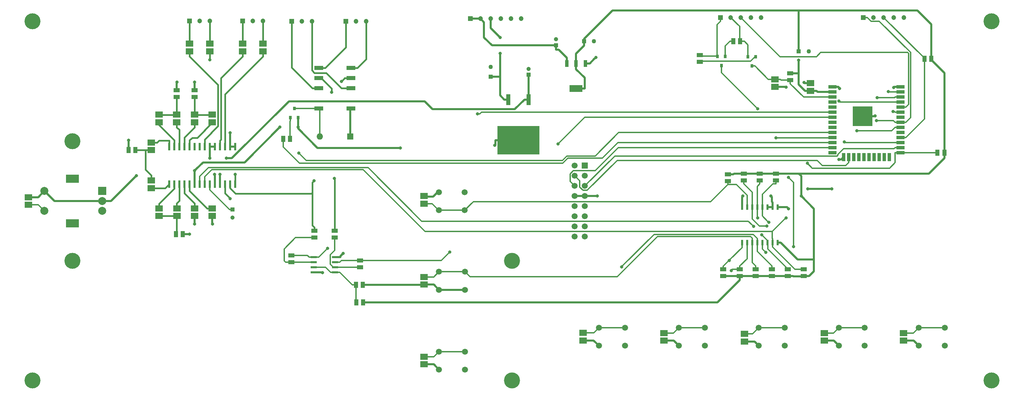
<source format=gbr>
G04 #@! TF.GenerationSoftware,KiCad,Pcbnew,5.0.0+dfsg1-2*
G04 #@! TF.CreationDate,2018-09-13T03:31:39+05:00*
G04 #@! TF.ProjectId,mainboard,6D61696E626F6172642E6B696361645F,rev?*
G04 #@! TF.SameCoordinates,Original*
G04 #@! TF.FileFunction,Copper,L1,Top,Signal*
G04 #@! TF.FilePolarity,Positive*
%FSLAX46Y46*%
G04 Gerber Fmt 4.6, Leading zero omitted, Abs format (unit mm)*
G04 Created by KiCad (PCBNEW 5.0.0+dfsg1-2) date Thu Sep 13 03:31:39 2018*
%MOMM*%
%LPD*%
G01*
G04 APERTURE LIST*
G04 #@! TA.AperFunction,ComponentPad*
%ADD10C,2.000000*%
G04 #@! TD*
G04 #@! TA.AperFunction,ComponentPad*
%ADD11R,3.200000X2.000000*%
G04 #@! TD*
G04 #@! TA.AperFunction,ComponentPad*
%ADD12R,2.000000X2.000000*%
G04 #@! TD*
G04 #@! TA.AperFunction,ComponentPad*
%ADD13R,1.600000X1.600000*%
G04 #@! TD*
G04 #@! TA.AperFunction,ComponentPad*
%ADD14O,1.600000X1.600000*%
G04 #@! TD*
G04 #@! TA.AperFunction,ComponentPad*
%ADD15R,1.200000X1.200000*%
G04 #@! TD*
G04 #@! TA.AperFunction,ComponentPad*
%ADD16C,1.200000*%
G04 #@! TD*
G04 #@! TA.AperFunction,ComponentPad*
%ADD17R,1.500000X1.500000*%
G04 #@! TD*
G04 #@! TA.AperFunction,ComponentPad*
%ADD18C,1.500000*%
G04 #@! TD*
G04 #@! TA.AperFunction,SMDPad,CuDef*
%ADD19R,1.000000X1.600000*%
G04 #@! TD*
G04 #@! TA.AperFunction,SMDPad,CuDef*
%ADD20R,1.850000X1.550000*%
G04 #@! TD*
G04 #@! TA.AperFunction,ComponentPad*
%ADD21R,1.050000X1.050000*%
G04 #@! TD*
G04 #@! TA.AperFunction,ComponentPad*
%ADD22C,1.050000*%
G04 #@! TD*
G04 #@! TA.AperFunction,ComponentPad*
%ADD23C,1.100000*%
G04 #@! TD*
G04 #@! TA.AperFunction,ComponentPad*
%ADD24R,1.100000X1.100000*%
G04 #@! TD*
G04 #@! TA.AperFunction,SMDPad,CuDef*
%ADD25R,0.950000X1.750000*%
G04 #@! TD*
G04 #@! TA.AperFunction,SMDPad,CuDef*
%ADD26R,3.200000X1.750000*%
G04 #@! TD*
G04 #@! TA.AperFunction,SMDPad,CuDef*
%ADD27R,1.050000X2.800000*%
G04 #@! TD*
G04 #@! TA.AperFunction,SMDPad,CuDef*
%ADD28R,10.500000X7.200000*%
G04 #@! TD*
G04 #@! TA.AperFunction,SMDPad,CuDef*
%ADD29R,0.600000X1.975000*%
G04 #@! TD*
G04 #@! TA.AperFunction,SMDPad,CuDef*
%ADD30R,1.525000X0.600000*%
G04 #@! TD*
G04 #@! TA.AperFunction,SMDPad,CuDef*
%ADD31R,2.000000X0.900000*%
G04 #@! TD*
G04 #@! TA.AperFunction,SMDPad,CuDef*
%ADD32R,0.900000X2.000000*%
G04 #@! TD*
G04 #@! TA.AperFunction,SMDPad,CuDef*
%ADD33R,5.000000X5.000000*%
G04 #@! TD*
G04 #@! TA.AperFunction,SMDPad,CuDef*
%ADD34R,0.600000X1.425000*%
G04 #@! TD*
G04 #@! TA.AperFunction,SMDPad,CuDef*
%ADD35R,2.200000X1.000000*%
G04 #@! TD*
G04 #@! TA.AperFunction,SMDPad,CuDef*
%ADD36R,1.600000X1.000000*%
G04 #@! TD*
G04 #@! TA.AperFunction,SMDPad,CuDef*
%ADD37R,0.800000X0.900000*%
G04 #@! TD*
G04 #@! TA.AperFunction,ViaPad*
%ADD38C,4.000000*%
G04 #@! TD*
G04 #@! TA.AperFunction,ViaPad*
%ADD39C,0.800000*%
G04 #@! TD*
G04 #@! TA.AperFunction,Conductor*
%ADD40C,0.300000*%
G04 #@! TD*
G04 #@! TA.AperFunction,Conductor*
%ADD41C,0.500000*%
G04 #@! TD*
G04 #@! TA.AperFunction,Conductor*
%ADD42C,0.400000*%
G04 #@! TD*
G04 APERTURE END LIST*
D10*
G04 #@! TO.P,BR1,S1*
G04 #@! TO.N,/RE_BTN*
X357993000Y-202510000D03*
G04 #@! TO.P,BR1,S2*
G04 #@! TO.N,GND*
X357993000Y-197510000D03*
D11*
G04 #@! TO.P,BR1,MP*
G04 #@! TO.N,N/C*
X364993000Y-205610000D03*
X364993000Y-194410000D03*
D10*
G04 #@! TO.P,BR1,B*
G04 #@! TO.N,/RE_B*
X372493000Y-202510000D03*
G04 #@! TO.P,BR1,C*
G04 #@! TO.N,GND*
X372493000Y-200010000D03*
D12*
G04 #@! TO.P,BR1,A*
G04 #@! TO.N,/RE_A*
X372493000Y-197510000D03*
G04 #@! TD*
D13*
G04 #@! TO.P,VD1,1*
G04 #@! TO.N,+5V*
X434490000Y-183820000D03*
D14*
G04 #@! TO.P,VD1,2*
G04 #@! TO.N,Net-(K1-Pad10)*
X426870000Y-183820000D03*
G04 #@! TD*
D15*
G04 #@! TO.P,X2,1*
G04 #@! TO.N,/SCL*
X562920000Y-154000000D03*
D16*
G04 #@! TO.P,X2,2*
G04 #@! TO.N,/SDA*
X565460000Y-154000000D03*
G04 #@! TO.P,X2,3*
G04 #@! TO.N,/ONEWIRE*
X568000000Y-154000000D03*
G04 #@! TO.P,X2,4*
G04 #@! TO.N,+5V*
X570540000Y-154000000D03*
G04 #@! TO.P,X2,5*
G04 #@! TO.N,GND*
X573080000Y-154000000D03*
G04 #@! TD*
D17*
G04 #@! TO.P,D1,1*
G04 #@! TO.N,+5V*
X493240000Y-191110000D03*
D18*
G04 #@! TO.P,D1,2*
G04 #@! TO.N,GND*
X490700000Y-191110000D03*
G04 #@! TO.P,D1,3*
X493240000Y-193650000D03*
G04 #@! TO.P,D1,4*
G04 #@! TO.N,/RES*
X490700000Y-193650000D03*
G04 #@! TO.P,D1,5*
G04 #@! TO.N,/CS0*
X493240000Y-196190000D03*
G04 #@! TO.P,D1,6*
G04 #@! TO.N,/DC*
X490700000Y-196190000D03*
G04 #@! TO.P,D1,7*
G04 #@! TO.N,GND*
X493240000Y-198730000D03*
G04 #@! TO.P,D1,8*
X490700000Y-198730000D03*
G04 #@! TO.P,D1,9*
G04 #@! TO.N,/SCLK*
X493240000Y-201270000D03*
G04 #@! TO.P,D1,10*
G04 #@! TO.N,/MOSI*
X490700000Y-201270000D03*
G04 #@! TO.P,D1,11*
G04 #@! TO.N,Net-(D1-Pad11)*
X493240000Y-203810000D03*
G04 #@! TO.P,D1,12*
G04 #@! TO.N,GND*
X490700000Y-203810000D03*
G04 #@! TO.P,D1,13*
X493240000Y-206350000D03*
G04 #@! TO.P,D1,14*
X490700000Y-206350000D03*
G04 #@! TO.P,D1,15*
X493240000Y-208890000D03*
G04 #@! TO.P,D1,16*
X490700000Y-208890000D03*
G04 #@! TD*
D19*
G04 #@! TO.P,R26,1*
G04 #@! TO.N,Net-(R26-Pad1)*
X532035000Y-160000000D03*
G04 #@! TO.P,R26,2*
G04 #@! TO.N,Net-(R26-Pad2)*
X530335000Y-160000000D03*
G04 #@! TD*
D20*
G04 #@! TO.P,C1,2*
G04 #@! TO.N,Net-(C1-Pad2)*
X407645000Y-162495000D03*
G04 #@! TO.P,C1,1*
G04 #@! TO.N,Net-(C1-Pad1)*
X407645000Y-160595000D03*
G04 #@! TD*
G04 #@! TO.P,C2,1*
G04 #@! TO.N,Net-(C2-Pad1)*
X412725000Y-160595000D03*
G04 #@! TO.P,C2,2*
G04 #@! TO.N,Net-(C2-Pad2)*
X412725000Y-162495000D03*
G04 #@! TD*
G04 #@! TO.P,C3,1*
G04 #@! TO.N,Net-(C3-Pad1)*
X394310000Y-160595000D03*
G04 #@! TO.P,C3,2*
G04 #@! TO.N,Net-(C3-Pad2)*
X394310000Y-162495000D03*
G04 #@! TD*
G04 #@! TO.P,C4,2*
G04 #@! TO.N,Net-(C4-Pad2)*
X399390000Y-162500000D03*
G04 #@! TO.P,C4,1*
G04 #@! TO.N,Net-(C4-Pad1)*
X399390000Y-160600000D03*
G04 #@! TD*
D21*
G04 #@! TO.P,C5,1*
G04 #@! TO.N,Net-(C5-Pad1)*
X405105000Y-202140000D03*
D22*
G04 #@! TO.P,C5,2*
G04 #@! TO.N,AGND*
X405105000Y-204140000D03*
G04 #@! TD*
G04 #@! TO.P,C6,2*
G04 #@! TO.N,GND*
X486000000Y-159500000D03*
D21*
G04 #@! TO.P,C6,1*
G04 #@! TO.N,+5V*
X486000000Y-161000000D03*
G04 #@! TD*
D23*
G04 #@! TO.P,C7,2*
G04 #@! TO.N,GND*
X469645000Y-166390000D03*
D24*
G04 #@! TO.P,C7,1*
G04 #@! TO.N,+12V*
X469645000Y-168890000D03*
G04 #@! TD*
G04 #@! TO.P,C8,1*
G04 #@! TO.N,+3V3*
X493000000Y-160000000D03*
D23*
G04 #@! TO.P,C8,2*
G04 #@! TO.N,GND*
X495500000Y-160000000D03*
G04 #@! TD*
D21*
G04 #@! TO.P,C9,1*
G04 #@! TO.N,+9V*
X479170000Y-168390000D03*
D22*
G04 #@! TO.P,C9,2*
G04 #@! TO.N,GND*
X479170000Y-166890000D03*
G04 #@! TD*
D20*
G04 #@! TO.P,C10,2*
G04 #@! TO.N,/TREB_L*
X395580000Y-201870000D03*
G04 #@! TO.P,C10,1*
G04 #@! TO.N,AGND*
X395580000Y-203770000D03*
G04 #@! TD*
G04 #@! TO.P,C11,2*
G04 #@! TO.N,/MIN_L*
X391160000Y-201870000D03*
G04 #@! TO.P,C11,1*
G04 #@! TO.N,Net-(C11-Pad1)*
X391160000Y-203770000D03*
G04 #@! TD*
G04 #@! TO.P,C12,1*
G04 #@! TO.N,Net-(C11-Pad1)*
X386690000Y-203770000D03*
G04 #@! TO.P,C12,2*
G04 #@! TO.N,/MOUT_L*
X386690000Y-201870000D03*
G04 #@! TD*
G04 #@! TO.P,C13,1*
G04 #@! TO.N,Net-(C13-Pad1)*
X384785000Y-187260000D03*
G04 #@! TO.P,C13,2*
G04 #@! TO.N,/BIN_L*
X384785000Y-185360000D03*
G04 #@! TD*
G04 #@! TO.P,C14,2*
G04 #@! TO.N,/BOUT_L*
X384785000Y-196785000D03*
G04 #@! TO.P,C14,1*
G04 #@! TO.N,Net-(C13-Pad1)*
X384785000Y-194885000D03*
G04 #@! TD*
D24*
G04 #@! TO.P,C15,1*
G04 #@! TO.N,+3V3*
X546750000Y-162545000D03*
D23*
G04 #@! TO.P,C15,2*
G04 #@! TO.N,GND*
X549250000Y-162545000D03*
G04 #@! TD*
D20*
G04 #@! TO.P,C16,1*
G04 #@! TO.N,+3V3*
X549715000Y-172385000D03*
G04 #@! TO.P,C16,2*
G04 #@! TO.N,GND*
X549715000Y-170485000D03*
G04 #@! TD*
G04 #@! TO.P,C17,2*
G04 #@! TO.N,/TREB_R*
X400025000Y-201870000D03*
G04 #@! TO.P,C17,1*
G04 #@! TO.N,AGND*
X400025000Y-203770000D03*
G04 #@! TD*
G04 #@! TO.P,C18,2*
G04 #@! TO.N,/MIN_R*
X400025000Y-180280000D03*
G04 #@! TO.P,C18,1*
G04 #@! TO.N,Net-(C18-Pad1)*
X400025000Y-178380000D03*
G04 #@! TD*
G04 #@! TO.P,C19,1*
G04 #@! TO.N,Net-(C18-Pad1)*
X395580000Y-178380000D03*
G04 #@! TO.P,C19,2*
G04 #@! TO.N,/MOUT_R*
X395580000Y-180280000D03*
G04 #@! TD*
G04 #@! TO.P,C20,2*
G04 #@! TO.N,/BIN_R*
X391135000Y-180280000D03*
G04 #@! TO.P,C20,1*
G04 #@! TO.N,Net-(C20-Pad1)*
X391135000Y-178380000D03*
G04 #@! TD*
G04 #@! TO.P,C21,1*
G04 #@! TO.N,Net-(C20-Pad1)*
X386690000Y-178380000D03*
G04 #@! TO.P,C21,2*
G04 #@! TO.N,/BOUT_R*
X386690000Y-180280000D03*
G04 #@! TD*
G04 #@! TO.P,C22,1*
G04 #@! TO.N,/RE_BTN*
X354000000Y-200950000D03*
G04 #@! TO.P,C22,2*
G04 #@! TO.N,GND*
X354000000Y-199050000D03*
G04 #@! TD*
G04 #@! TO.P,C23,1*
G04 #@! TO.N,/EN*
X540825000Y-169530000D03*
G04 #@! TO.P,C23,2*
G04 #@! TO.N,GND*
X540825000Y-171430000D03*
G04 #@! TD*
G04 #@! TO.P,C24,1*
G04 #@! TO.N,/B_DISPLAY*
X573000000Y-233100000D03*
G04 #@! TO.P,C24,2*
G04 #@! TO.N,GND*
X573000000Y-235000000D03*
G04 #@! TD*
G04 #@! TO.P,C25,2*
G04 #@! TO.N,GND*
X513000000Y-235000000D03*
G04 #@! TO.P,C25,1*
G04 #@! TO.N,/B_MUTE*
X513000000Y-233100000D03*
G04 #@! TD*
G04 #@! TO.P,C26,1*
G04 #@! TO.N,/B_INPUT*
X553130000Y-233100000D03*
G04 #@! TO.P,C26,2*
G04 #@! TO.N,GND*
X553130000Y-235000000D03*
G04 #@! TD*
G04 #@! TO.P,C27,2*
G04 #@! TO.N,GND*
X452950000Y-198755000D03*
G04 #@! TO.P,C27,1*
G04 #@! TO.N,/B_PHONES*
X452950000Y-200655000D03*
G04 #@! TD*
G04 #@! TO.P,C28,2*
G04 #@! TO.N,GND*
X533175000Y-235215000D03*
G04 #@! TO.P,C28,1*
G04 #@! TO.N,/B_DEFEAT*
X533175000Y-233315000D03*
G04 #@! TD*
G04 #@! TO.P,C29,1*
G04 #@! TO.N,/B_SETTINGS*
X492760000Y-233045000D03*
G04 #@! TO.P,C29,2*
G04 #@! TO.N,GND*
X492760000Y-234945000D03*
G04 #@! TD*
G04 #@! TO.P,C30,2*
G04 #@! TO.N,GND*
X453000000Y-220950000D03*
G04 #@! TO.P,C30,1*
G04 #@! TO.N,/B_PLUS*
X453000000Y-219050000D03*
G04 #@! TD*
G04 #@! TO.P,C31,1*
G04 #@! TO.N,/B_MINUS*
X453000000Y-239035000D03*
G04 #@! TO.P,C31,2*
G04 #@! TO.N,GND*
X453000000Y-240935000D03*
G04 #@! TD*
D25*
G04 #@! TO.P,DA1,1*
G04 #@! TO.N,GND*
X493340000Y-165555000D03*
G04 #@! TO.P,DA1,2*
G04 #@! TO.N,+3V3*
X491040000Y-165555000D03*
G04 #@! TO.P,DA1,3*
G04 #@! TO.N,+5V*
X488740000Y-165555000D03*
D26*
G04 #@! TO.P,DA1,4*
G04 #@! TO.N,+3V3*
X491040000Y-171855000D03*
G04 #@! TD*
D27*
G04 #@! TO.P,DA2,1*
G04 #@! TO.N,+9V*
X479170000Y-174585000D03*
G04 #@! TO.P,DA2,2*
G04 #@! TO.N,+12V*
X474090000Y-174585000D03*
D28*
G04 #@! TO.P,DA2,3*
G04 #@! TO.N,GND*
X476630000Y-184785000D03*
G04 #@! TD*
D29*
G04 #@! TO.P,DA3,1*
G04 #@! TO.N,AGND*
X405740000Y-186375000D03*
G04 #@! TO.P,DA3,2*
X404470000Y-186375000D03*
G04 #@! TO.P,DA3,3*
G04 #@! TO.N,Net-(C2-Pad2)*
X403200000Y-186375000D03*
G04 #@! TO.P,DA3,4*
G04 #@! TO.N,Net-(C1-Pad2)*
X401930000Y-186375000D03*
G04 #@! TO.P,DA3,5*
G04 #@! TO.N,AGND*
X400660000Y-186375000D03*
G04 #@! TO.P,DA3,6*
X399390000Y-186375000D03*
G04 #@! TO.P,DA3,7*
G04 #@! TO.N,Net-(C3-Pad2)*
X398120000Y-186375000D03*
G04 #@! TO.P,DA3,8*
G04 #@! TO.N,Net-(DA3-Pad8)*
X396850000Y-186375000D03*
G04 #@! TO.P,DA3,9*
G04 #@! TO.N,Net-(DA3-Pad9)*
X395580000Y-186375000D03*
G04 #@! TO.P,DA3,10*
G04 #@! TO.N,/MIN_R*
X394310000Y-186375000D03*
G04 #@! TO.P,DA3,11*
G04 #@! TO.N,/MOUT_R*
X393040000Y-186375000D03*
G04 #@! TO.P,DA3,12*
G04 #@! TO.N,/BIN_R*
X391770000Y-186375000D03*
G04 #@! TO.P,DA3,13*
G04 #@! TO.N,/BOUT_R*
X390500000Y-186375000D03*
G04 #@! TO.P,DA3,14*
G04 #@! TO.N,/BIN_L*
X389230000Y-186375000D03*
G04 #@! TO.P,DA3,28*
G04 #@! TO.N,Net-(C4-Pad2)*
X405740000Y-195775000D03*
G04 #@! TO.P,DA3,27*
G04 #@! TO.N,/LOUT*
X404470000Y-195775000D03*
G04 #@! TO.P,DA3,26*
G04 #@! TO.N,/ROUT*
X403200000Y-195775000D03*
G04 #@! TO.P,DA3,25*
G04 #@! TO.N,AGND*
X401930000Y-195775000D03*
G04 #@! TO.P,DA3,24*
G04 #@! TO.N,+9V*
X400660000Y-195775000D03*
G04 #@! TO.P,DA3,23*
G04 #@! TO.N,Net-(C5-Pad1)*
X399390000Y-195775000D03*
G04 #@! TO.P,DA3,22*
G04 #@! TO.N,/SDA*
X398120000Y-195775000D03*
G04 #@! TO.P,DA3,21*
G04 #@! TO.N,/SCL*
X396850000Y-195775000D03*
G04 #@! TO.P,DA3,20*
G04 #@! TO.N,GND*
X395580000Y-195775000D03*
G04 #@! TO.P,DA3,19*
G04 #@! TO.N,/TREB_R*
X394310000Y-195775000D03*
G04 #@! TO.P,DA3,18*
G04 #@! TO.N,/TREB_L*
X393040000Y-195775000D03*
G04 #@! TO.P,DA3,17*
G04 #@! TO.N,/MIN_L*
X391770000Y-195775000D03*
G04 #@! TO.P,DA3,16*
G04 #@! TO.N,/MOUT_L*
X390500000Y-195775000D03*
G04 #@! TO.P,DA3,15*
G04 #@! TO.N,/BOUT_L*
X389230000Y-195775000D03*
G04 #@! TD*
D30*
G04 #@! TO.P,DA4,1*
G04 #@! TO.N,/ADC6*
X425360000Y-214060000D03*
G04 #@! TO.P,DA4,2*
G04 #@! TO.N,Net-(DA4-Pad2)*
X425360000Y-215330000D03*
G04 #@! TO.P,DA4,3*
G04 #@! TO.N,Net-(DA4-Pad3)*
X425360000Y-216600000D03*
G04 #@! TO.P,DA4,4*
G04 #@! TO.N,-12V*
X425360000Y-217870000D03*
G04 #@! TO.P,DA4,8*
G04 #@! TO.N,+12V*
X430760000Y-214060000D03*
G04 #@! TO.P,DA4,7*
G04 #@! TO.N,/ADC7*
X430760000Y-215330000D03*
G04 #@! TO.P,DA4,6*
G04 #@! TO.N,Net-(DA4-Pad6)*
X430760000Y-216600000D03*
G04 #@! TO.P,DA4,5*
G04 #@! TO.N,Net-(DA4-Pad3)*
X430760000Y-217870000D03*
G04 #@! TD*
D31*
G04 #@! TO.P,DD1,1*
G04 #@! TO.N,GND*
X555185000Y-171410000D03*
G04 #@! TO.P,DD1,2*
G04 #@! TO.N,+3V3*
X555185000Y-172680000D03*
G04 #@! TO.P,DD1,3*
G04 #@! TO.N,/EN*
X555185000Y-173950000D03*
G04 #@! TO.P,DD1,4*
G04 #@! TO.N,Net-(DD1-Pad4)*
X555185000Y-175220000D03*
G04 #@! TO.P,DD1,5*
G04 #@! TO.N,Net-(DD1-Pad5)*
X555185000Y-176490000D03*
G04 #@! TO.P,DD1,6*
G04 #@! TO.N,/ADC6*
X555185000Y-177760000D03*
G04 #@! TO.P,DD1,7*
G04 #@! TO.N,/ADC7*
X555185000Y-179030000D03*
G04 #@! TO.P,DD1,8*
G04 #@! TO.N,Net-(DD1-Pad8)*
X555185000Y-180300000D03*
G04 #@! TO.P,DD1,9*
G04 #@! TO.N,Net-(DD1-Pad9)*
X555185000Y-181570000D03*
G04 #@! TO.P,DD1,10*
G04 #@! TO.N,/RE_BTN*
X555185000Y-182840000D03*
G04 #@! TO.P,DD1,11*
G04 #@! TO.N,/BINT*
X555185000Y-184110000D03*
G04 #@! TO.P,DD1,12*
G04 #@! TO.N,/PH_SW*
X555185000Y-185380000D03*
G04 #@! TO.P,DD1,13*
G04 #@! TO.N,/DC*
X555185000Y-186650000D03*
G04 #@! TO.P,DD1,14*
G04 #@! TO.N,Net-(DD1-Pad14)*
X555185000Y-187920000D03*
D32*
G04 #@! TO.P,DD1,15*
G04 #@! TO.N,GND*
X557970000Y-189015000D03*
G04 #@! TO.P,DD1,16*
G04 #@! TO.N,/RES*
X559240000Y-189015000D03*
G04 #@! TO.P,DD1,17*
G04 #@! TO.N,Net-(DD1-Pad17)*
X560510000Y-189015000D03*
G04 #@! TO.P,DD1,18*
G04 #@! TO.N,Net-(DD1-Pad18)*
X561780000Y-189015000D03*
G04 #@! TO.P,DD1,19*
G04 #@! TO.N,Net-(DD1-Pad19)*
X563050000Y-189015000D03*
G04 #@! TO.P,DD1,20*
G04 #@! TO.N,Net-(DD1-Pad20)*
X564320000Y-189015000D03*
G04 #@! TO.P,DD1,21*
G04 #@! TO.N,Net-(DD1-Pad21)*
X565590000Y-189015000D03*
G04 #@! TO.P,DD1,22*
G04 #@! TO.N,Net-(DD1-Pad22)*
X566860000Y-189015000D03*
G04 #@! TO.P,DD1,23*
G04 #@! TO.N,Net-(DD1-Pad23)*
X568130000Y-189015000D03*
G04 #@! TO.P,DD1,24*
G04 #@! TO.N,Net-(DD1-Pad24)*
X569400000Y-189015000D03*
D31*
G04 #@! TO.P,DD1,25*
G04 #@! TO.N,/IO0*
X572185000Y-187920000D03*
G04 #@! TO.P,DD1,26*
G04 #@! TO.N,/CS0*
X572185000Y-186650000D03*
G04 #@! TO.P,DD1,27*
G04 #@! TO.N,/MOSI*
X572185000Y-185380000D03*
G04 #@! TO.P,DD1,28*
G04 #@! TO.N,/ONEWIRE*
X572185000Y-184110000D03*
G04 #@! TO.P,DD1,29*
G04 #@! TO.N,Net-(DD1-Pad29)*
X572185000Y-182840000D03*
G04 #@! TO.P,DD1,30*
G04 #@! TO.N,/SCLK*
X572185000Y-181570000D03*
G04 #@! TO.P,DD1,31*
G04 #@! TO.N,/SCL*
X572185000Y-180300000D03*
G04 #@! TO.P,DD1,32*
G04 #@! TO.N,N/C*
X572185000Y-179030000D03*
G04 #@! TO.P,DD1,33*
G04 #@! TO.N,/SDA*
X572185000Y-177760000D03*
G04 #@! TO.P,DD1,34*
G04 #@! TO.N,/RXD*
X572185000Y-176490000D03*
G04 #@! TO.P,DD1,35*
G04 #@! TO.N,/TXD*
X572185000Y-175220000D03*
G04 #@! TO.P,DD1,36*
G04 #@! TO.N,/RE_A*
X572185000Y-173950000D03*
G04 #@! TO.P,DD1,37*
G04 #@! TO.N,/RE_B*
X572185000Y-172680000D03*
G04 #@! TO.P,DD1,38*
G04 #@! TO.N,GND*
X572185000Y-171410000D03*
D33*
G04 #@! TO.P,DD1,39*
X562685000Y-178755000D03*
G04 #@! TD*
D34*
G04 #@! TO.P,DD2,1*
G04 #@! TO.N,+3V3*
X541445000Y-201550000D03*
G04 #@! TO.P,DD2,2*
G04 #@! TO.N,GND*
X540175000Y-201550000D03*
G04 #@! TO.P,DD2,3*
X538905000Y-201550000D03*
G04 #@! TO.P,DD2,4*
G04 #@! TO.N,/B_DISPLAY*
X537635000Y-201550000D03*
G04 #@! TO.P,DD2,5*
G04 #@! TO.N,/B_MUTE*
X536365000Y-201550000D03*
G04 #@! TO.P,DD2,6*
G04 #@! TO.N,/B_INPUT*
X535095000Y-201550000D03*
G04 #@! TO.P,DD2,7*
G04 #@! TO.N,/B_PHONES*
X533825000Y-201550000D03*
G04 #@! TO.P,DD2,8*
G04 #@! TO.N,GND*
X532555000Y-201550000D03*
G04 #@! TO.P,DD2,16*
G04 #@! TO.N,+3V3*
X541445000Y-210450000D03*
G04 #@! TO.P,DD2,15*
G04 #@! TO.N,/SDA*
X540175000Y-210450000D03*
G04 #@! TO.P,DD2,14*
G04 #@! TO.N,/SCL*
X538905000Y-210450000D03*
G04 #@! TO.P,DD2,13*
G04 #@! TO.N,/BINT*
X537635000Y-210450000D03*
G04 #@! TO.P,DD2,12*
G04 #@! TO.N,/B_MINUS*
X536365000Y-210450000D03*
G04 #@! TO.P,DD2,11*
G04 #@! TO.N,/B_PLUS*
X535095000Y-210450000D03*
G04 #@! TO.P,DD2,10*
G04 #@! TO.N,/B_SETTINGS*
X533825000Y-210450000D03*
G04 #@! TO.P,DD2,9*
G04 #@! TO.N,/B_DEFEAT*
X532555000Y-210450000D03*
G04 #@! TD*
D35*
G04 #@! TO.P,K1,7*
G04 #@! TO.N,/LOUT*
X426680000Y-169215000D03*
G04 #@! TO.P,K1,4*
G04 #@! TO.N,/ROUT*
X434680000Y-169215000D03*
G04 #@! TO.P,K1,10*
G04 #@! TO.N,Net-(K1-Pad10)*
X426680000Y-176835000D03*
G04 #@! TO.P,K1,8*
G04 #@! TO.N,Net-(K1-Pad8)*
X426680000Y-171755000D03*
G04 #@! TO.P,K1,1*
G04 #@! TO.N,+5V*
X434680000Y-176835000D03*
G04 #@! TO.P,K1,3*
G04 #@! TO.N,Net-(K1-Pad3)*
X434680000Y-171755000D03*
G04 #@! TO.P,K1,6*
G04 #@! TO.N,Net-(K1-Pad6)*
X426680000Y-166675000D03*
G04 #@! TO.P,K1,5*
G04 #@! TO.N,Net-(K1-Pad5)*
X434680000Y-166675000D03*
G04 #@! TD*
D36*
G04 #@! TO.P,R1,1*
G04 #@! TO.N,+3V3*
X548000000Y-218850000D03*
G04 #@! TO.P,R1,2*
G04 #@! TO.N,/SDA*
X548000000Y-217150000D03*
G04 #@! TD*
G04 #@! TO.P,R2,2*
G04 #@! TO.N,/SCL*
X544000000Y-217150000D03*
G04 #@! TO.P,R2,1*
G04 #@! TO.N,+3V3*
X544000000Y-218850000D03*
G04 #@! TD*
D19*
G04 #@! TO.P,R3,2*
G04 #@! TO.N,/ONEWIRE*
X578231000Y-164338000D03*
G04 #@! TO.P,R3,1*
G04 #@! TO.N,+3V3*
X579931000Y-164338000D03*
G04 #@! TD*
G04 #@! TO.P,R4,2*
G04 #@! TO.N,Net-(C11-Pad1)*
X390945000Y-208280000D03*
G04 #@! TO.P,R4,1*
G04 #@! TO.N,AGND*
X392645000Y-208280000D03*
G04 #@! TD*
G04 #@! TO.P,R5,1*
G04 #@! TO.N,AGND*
X379070000Y-187265000D03*
G04 #@! TO.P,R5,2*
G04 #@! TO.N,Net-(C13-Pad1)*
X380770000Y-187265000D03*
G04 #@! TD*
G04 #@! TO.P,R6,2*
G04 #@! TO.N,/PH_SW*
X417765000Y-184455000D03*
G04 #@! TO.P,R6,1*
G04 #@! TO.N,Net-(R6-Pad1)*
X419465000Y-184455000D03*
G04 #@! TD*
D36*
G04 #@! TO.P,R7,2*
G04 #@! TO.N,Net-(DA4-Pad2)*
X425520000Y-209195000D03*
G04 #@! TO.P,R7,1*
G04 #@! TO.N,/LOUT*
X425520000Y-207495000D03*
G04 #@! TD*
G04 #@! TO.P,R8,2*
G04 #@! TO.N,Net-(DA4-Pad6)*
X430600000Y-209195000D03*
G04 #@! TO.P,R8,1*
G04 #@! TO.N,/ROUT*
X430600000Y-207495000D03*
G04 #@! TD*
D19*
G04 #@! TO.P,R9,1*
G04 #@! TO.N,+3V3*
X437730000Y-225425000D03*
G04 #@! TO.P,R9,2*
G04 #@! TO.N,Net-(DA4-Pad3)*
X436030000Y-225425000D03*
G04 #@! TD*
G04 #@! TO.P,R10,1*
G04 #@! TO.N,Net-(DA4-Pad3)*
X436000000Y-221000000D03*
G04 #@! TO.P,R10,2*
G04 #@! TO.N,GND*
X437700000Y-221000000D03*
G04 #@! TD*
D36*
G04 #@! TO.P,R11,2*
G04 #@! TO.N,Net-(C18-Pad1)*
X395580000Y-173930000D03*
G04 #@! TO.P,R11,1*
G04 #@! TO.N,AGND*
X395580000Y-172230000D03*
G04 #@! TD*
G04 #@! TO.P,R12,1*
G04 #@! TO.N,AGND*
X391135000Y-172230000D03*
G04 #@! TO.P,R12,2*
G04 #@! TO.N,Net-(C20-Pad1)*
X391135000Y-173930000D03*
G04 #@! TD*
G04 #@! TO.P,R13,1*
G04 #@! TO.N,Net-(DA4-Pad2)*
X419805000Y-215330000D03*
G04 #@! TO.P,R13,2*
G04 #@! TO.N,/ADC6*
X419805000Y-213630000D03*
G04 #@! TD*
G04 #@! TO.P,R14,2*
G04 #@! TO.N,Net-(DA4-Pad6)*
X436950000Y-216600000D03*
G04 #@! TO.P,R14,1*
G04 #@! TO.N,/ADC7*
X436950000Y-214900000D03*
G04 #@! TD*
G04 #@! TO.P,R15,1*
G04 #@! TO.N,+3V3*
X541000000Y-193150000D03*
G04 #@! TO.P,R15,2*
G04 #@! TO.N,/B_DISPLAY*
X541000000Y-194850000D03*
G04 #@! TD*
G04 #@! TO.P,R16,2*
G04 #@! TO.N,/B_MUTE*
X537000000Y-194850000D03*
G04 #@! TO.P,R16,1*
G04 #@! TO.N,+3V3*
X537000000Y-193150000D03*
G04 #@! TD*
G04 #@! TO.P,R17,1*
G04 #@! TO.N,+3V3*
X533000000Y-193150000D03*
G04 #@! TO.P,R17,2*
G04 #@! TO.N,/B_INPUT*
X533000000Y-194850000D03*
G04 #@! TD*
G04 #@! TO.P,R18,1*
G04 #@! TO.N,+3V3*
X529000000Y-193300000D03*
G04 #@! TO.P,R18,2*
G04 #@! TO.N,/B_PHONES*
X529000000Y-195000000D03*
G04 #@! TD*
G04 #@! TO.P,R19,1*
G04 #@! TO.N,+3V3*
X527812000Y-218850000D03*
G04 #@! TO.P,R19,2*
G04 #@! TO.N,/B_DEFEAT*
X527812000Y-217150000D03*
G04 #@! TD*
G04 #@! TO.P,R20,2*
G04 #@! TO.N,/B_SETTINGS*
X532000000Y-217150000D03*
G04 #@! TO.P,R20,1*
G04 #@! TO.N,+3V3*
X532000000Y-218850000D03*
G04 #@! TD*
G04 #@! TO.P,R21,1*
G04 #@! TO.N,+3V3*
X536000000Y-218850000D03*
G04 #@! TO.P,R21,2*
G04 #@! TO.N,/B_PLUS*
X536000000Y-217150000D03*
G04 #@! TD*
G04 #@! TO.P,R22,2*
G04 #@! TO.N,/B_MINUS*
X540000000Y-217150000D03*
G04 #@! TO.P,R22,1*
G04 #@! TO.N,+3V3*
X540000000Y-218850000D03*
G04 #@! TD*
G04 #@! TO.P,R23,1*
G04 #@! TO.N,+3V3*
X544635000Y-168045000D03*
G04 #@! TO.P,R23,2*
G04 #@! TO.N,/EN*
X544635000Y-169745000D03*
G04 #@! TD*
D19*
G04 #@! TO.P,R24,1*
G04 #@! TO.N,+3V3*
X583165000Y-187945000D03*
G04 #@! TO.P,R24,2*
G04 #@! TO.N,/IO0*
X581465000Y-187945000D03*
G04 #@! TD*
D36*
G04 #@! TO.P,R25,2*
G04 #@! TO.N,Net-(R25-Pad2)*
X522000000Y-165165000D03*
G04 #@! TO.P,R25,1*
G04 #@! TO.N,Net-(R25-Pad1)*
X522000000Y-163465000D03*
G04 #@! TD*
D18*
G04 #@! TO.P,SB1,1*
G04 #@! TO.N,/B_DISPLAY*
X583250000Y-231750000D03*
G04 #@! TO.P,SB1,2*
X576750000Y-231750000D03*
G04 #@! TO.P,SB1,3*
G04 #@! TO.N,GND*
X583250000Y-236250000D03*
G04 #@! TO.P,SB1,4*
X576750000Y-236250000D03*
G04 #@! TD*
G04 #@! TO.P,SB2,4*
G04 #@! TO.N,GND*
X516750000Y-236250000D03*
G04 #@! TO.P,SB2,3*
X523250000Y-236250000D03*
G04 #@! TO.P,SB2,2*
G04 #@! TO.N,/B_MUTE*
X516750000Y-231750000D03*
G04 #@! TO.P,SB2,1*
X523250000Y-231750000D03*
G04 #@! TD*
G04 #@! TO.P,SB3,1*
G04 #@! TO.N,/B_INPUT*
X563250000Y-231750000D03*
G04 #@! TO.P,SB3,2*
X556750000Y-231750000D03*
G04 #@! TO.P,SB3,3*
G04 #@! TO.N,GND*
X563250000Y-236250000D03*
G04 #@! TO.P,SB3,4*
X556750000Y-236250000D03*
G04 #@! TD*
G04 #@! TO.P,SB4,4*
G04 #@! TO.N,GND*
X463185000Y-197775000D03*
G04 #@! TO.P,SB4,3*
X456685000Y-197775000D03*
G04 #@! TO.P,SB4,2*
G04 #@! TO.N,/B_PHONES*
X463185000Y-202275000D03*
G04 #@! TO.P,SB4,1*
X456685000Y-202275000D03*
G04 #@! TD*
G04 #@! TO.P,SB5,4*
G04 #@! TO.N,GND*
X536750000Y-236250000D03*
G04 #@! TO.P,SB5,3*
X543250000Y-236250000D03*
G04 #@! TO.P,SB5,2*
G04 #@! TO.N,/B_DEFEAT*
X536750000Y-231750000D03*
G04 #@! TO.P,SB5,1*
X543250000Y-231750000D03*
G04 #@! TD*
G04 #@! TO.P,SB6,4*
G04 #@! TO.N,GND*
X496750000Y-236250000D03*
G04 #@! TO.P,SB6,3*
X503250000Y-236250000D03*
G04 #@! TO.P,SB6,2*
G04 #@! TO.N,/B_SETTINGS*
X496750000Y-231750000D03*
G04 #@! TO.P,SB6,1*
X503250000Y-231750000D03*
G04 #@! TD*
G04 #@! TO.P,SB7,1*
G04 #@! TO.N,/B_PLUS*
X463250000Y-217750000D03*
G04 #@! TO.P,SB7,2*
X456750000Y-217750000D03*
G04 #@! TO.P,SB7,3*
G04 #@! TO.N,GND*
X463250000Y-222250000D03*
G04 #@! TO.P,SB7,4*
X456750000Y-222250000D03*
G04 #@! TD*
G04 #@! TO.P,SB8,1*
G04 #@! TO.N,/B_MINUS*
X463250000Y-237750000D03*
G04 #@! TO.P,SB8,2*
X456750000Y-237750000D03*
G04 #@! TO.P,SB8,3*
G04 #@! TO.N,GND*
X463250000Y-242250000D03*
G04 #@! TO.P,SB8,4*
X456750000Y-242250000D03*
G04 #@! TD*
D37*
G04 #@! TO.P,VT1,1*
G04 #@! TO.N,Net-(R6-Pad1)*
X419570000Y-179135000D03*
G04 #@! TO.P,VT1,2*
G04 #@! TO.N,GND*
X421470000Y-179135000D03*
G04 #@! TO.P,VT1,3*
G04 #@! TO.N,Net-(K1-Pad10)*
X420520000Y-176835000D03*
G04 #@! TD*
G04 #@! TO.P,VT2,1*
G04 #@! TO.N,Net-(R25-Pad2)*
X535950000Y-163850000D03*
G04 #@! TO.P,VT2,2*
G04 #@! TO.N,Net-(R26-Pad1)*
X534050000Y-163850000D03*
G04 #@! TO.P,VT2,3*
G04 #@! TO.N,/EN*
X535000000Y-166150000D03*
G04 #@! TD*
G04 #@! TO.P,VT3,3*
G04 #@! TO.N,/IO0*
X527375000Y-166100000D03*
G04 #@! TO.P,VT3,2*
G04 #@! TO.N,Net-(R25-Pad1)*
X526425000Y-163800000D03*
G04 #@! TO.P,VT3,1*
G04 #@! TO.N,Net-(R26-Pad2)*
X528325000Y-163800000D03*
G04 #@! TD*
D15*
G04 #@! TO.P,X1,1*
G04 #@! TO.N,+5V*
X464565000Y-154305000D03*
D16*
G04 #@! TO.P,X1,2*
X467105000Y-154305000D03*
G04 #@! TO.P,X1,3*
G04 #@! TO.N,+12V*
X469645000Y-154305000D03*
G04 #@! TO.P,X1,4*
G04 #@! TO.N,-12V*
X472185000Y-154305000D03*
G04 #@! TO.P,X1,5*
G04 #@! TO.N,GND*
X474725000Y-154305000D03*
G04 #@! TO.P,X1,6*
X477265000Y-154305000D03*
G04 #@! TD*
D15*
G04 #@! TO.P,X3,1*
G04 #@! TO.N,Net-(C1-Pad1)*
X407645000Y-154880000D03*
D16*
G04 #@! TO.P,X3,2*
G04 #@! TO.N,AGND*
X410185000Y-154880000D03*
G04 #@! TO.P,X3,3*
G04 #@! TO.N,Net-(C2-Pad1)*
X412725000Y-154880000D03*
G04 #@! TD*
D15*
G04 #@! TO.P,X4,1*
G04 #@! TO.N,Net-(C3-Pad1)*
X394310000Y-154880000D03*
D16*
G04 #@! TO.P,X4,2*
G04 #@! TO.N,AGND*
X396850000Y-154880000D03*
G04 #@! TO.P,X4,3*
G04 #@! TO.N,Net-(C4-Pad1)*
X399390000Y-154880000D03*
G04 #@! TD*
D15*
G04 #@! TO.P,X5,1*
G04 #@! TO.N,Net-(K1-Pad8)*
X419885000Y-155000000D03*
D16*
G04 #@! TO.P,X5,2*
G04 #@! TO.N,AGND*
X422425000Y-155000000D03*
G04 #@! TO.P,X5,3*
G04 #@! TO.N,Net-(K1-Pad3)*
X424965000Y-155000000D03*
G04 #@! TD*
G04 #@! TO.P,X6,3*
G04 #@! TO.N,Net-(K1-Pad5)*
X438540000Y-155000000D03*
G04 #@! TO.P,X6,2*
G04 #@! TO.N,AGND*
X436000000Y-155000000D03*
D15*
G04 #@! TO.P,X6,1*
G04 #@! TO.N,Net-(K1-Pad6)*
X433460000Y-155000000D03*
G04 #@! TD*
G04 #@! TO.P,X7,1*
G04 #@! TO.N,Net-(R25-Pad1)*
X527185000Y-154000000D03*
D16*
G04 #@! TO.P,X7,2*
G04 #@! TO.N,Net-(R26-Pad1)*
X529725000Y-154000000D03*
G04 #@! TO.P,X7,3*
G04 #@! TO.N,/RXD*
X532265000Y-154000000D03*
G04 #@! TO.P,X7,4*
G04 #@! TO.N,/TXD*
X534805000Y-154000000D03*
G04 #@! TO.P,X7,5*
G04 #@! TO.N,GND*
X537345000Y-154000000D03*
G04 #@! TD*
D38*
G04 #@! TO.N,*
X355000000Y-155000000D03*
X355000000Y-245000000D03*
X595000000Y-245000000D03*
X595000000Y-155000000D03*
X475000000Y-245000000D03*
X475000000Y-215000000D03*
X365000000Y-185000000D03*
X365000000Y-215000000D03*
D39*
G04 #@! TO.N,/RE_BTN*
X421640000Y-187959999D03*
G04 #@! TO.N,GND*
X570480700Y-171564000D03*
X556819200Y-189611100D03*
X565885700Y-178717100D03*
X548067500Y-170312800D03*
X470675400Y-186047700D03*
X556936500Y-171843900D03*
X495999986Y-164000000D03*
X549000000Y-197000000D03*
X555000000Y-197000000D03*
X416941000Y-181483000D03*
X421513000Y-181483000D03*
X395605000Y-192405000D03*
X381000000Y-193675000D03*
X447040000Y-186690000D03*
X539750000Y-198755000D03*
X532765000Y-198755000D03*
X496316000Y-198755000D03*
X543560000Y-171450000D03*
G04 #@! TO.N,/RE_B*
X569188000Y-172552200D03*
G04 #@! TO.N,/RE_A*
X566367500Y-174066700D03*
G04 #@! TO.N,Net-(C4-Pad2)*
X405765000Y-193294000D03*
X399415000Y-164592002D03*
G04 #@! TO.N,AGND*
X391160000Y-170180000D03*
X395605000Y-170180000D03*
X395605000Y-205739986D03*
X400050000Y-205740000D03*
X394335000Y-208280000D03*
X404495000Y-182880000D03*
X379095000Y-184784998D03*
X401955000Y-193294000D03*
X399415004Y-189230000D03*
G04 #@! TO.N,+12V*
X432740900Y-213155500D03*
X472000000Y-159000000D03*
X472000000Y-163000000D03*
G04 #@! TO.N,+3V3*
X544195000Y-201930000D03*
X547370000Y-198755000D03*
X546734996Y-164680010D03*
G04 #@! TO.N,+9V*
X403515300Y-189283100D03*
X400558000Y-193294000D03*
G04 #@! TO.N,/B_DISPLAY*
X539245398Y-205388642D03*
G04 #@! TO.N,/B_MUTE*
X536448000Y-204216000D03*
G04 #@! TO.N,/B_INPUT*
X538734000Y-206248000D03*
G04 #@! TO.N,/B_DEFEAT*
X529336000Y-214884000D03*
G04 #@! TO.N,/B_SETTINGS*
X529844000Y-217423992D03*
G04 #@! TO.N,/B_MINUS*
X502411998Y-216535000D03*
G04 #@! TO.N,/SCLK*
X561264300Y-182421200D03*
G04 #@! TO.N,/MOSI*
X558165000Y-185166000D03*
G04 #@! TO.N,/LOUT*
X425450000Y-194945000D03*
X429895000Y-172720000D03*
G04 #@! TO.N,/ROUT*
X432336900Y-170063200D03*
X430530000Y-194310000D03*
X404495000Y-199390000D03*
G04 #@! TO.N,/SDA*
X570337700Y-177575000D03*
X543560000Y-204216000D03*
G04 #@! TO.N,/SCL*
X566210700Y-179881300D03*
X537500000Y-208500004D03*
X535432000Y-206375000D03*
G04 #@! TO.N,/ADC6*
X466375000Y-178177400D03*
X428878999Y-211836000D03*
G04 #@! TO.N,-12V*
X427609000Y-217932000D03*
G04 #@! TO.N,/ADC7*
X486493100Y-185727600D03*
X459415000Y-212805700D03*
G04 #@! TO.N,/BINT*
X545465000Y-211455000D03*
X544195000Y-194100000D03*
X541020000Y-184150000D03*
X538480000Y-212852000D03*
G04 #@! TO.N,/IO0*
X548919500Y-190568400D03*
X536447998Y-176911000D03*
G04 #@! TO.N,/TXD*
X556809700Y-174972900D03*
G04 #@! TD*
D40*
G04 #@! TO.N,/RE_BTN*
X354000000Y-200950000D02*
X356433000Y-200950000D01*
X356433000Y-200950000D02*
X357993000Y-202510000D01*
X422039999Y-188359998D02*
X421640000Y-187959999D01*
X501690000Y-182840000D02*
X495800010Y-188729990D01*
X487607878Y-189865000D02*
X423545001Y-189865000D01*
X555185000Y-182840000D02*
X501690000Y-182840000D01*
X495800010Y-188729990D02*
X488742888Y-188729990D01*
X488742888Y-188729990D02*
X487607878Y-189865000D01*
X423545001Y-189865000D02*
X422039999Y-188359998D01*
D41*
G04 #@! TO.N,GND*
X570480700Y-171564000D02*
X570634700Y-171410000D01*
X572185000Y-171410000D02*
X570634700Y-171410000D01*
X556819200Y-189611100D02*
X557373900Y-189611100D01*
X557373900Y-189611100D02*
X557970000Y-189015000D01*
X565885700Y-178717100D02*
X565773200Y-178717100D01*
X565773200Y-178717100D02*
X565735300Y-178755000D01*
X562685000Y-178755000D02*
X565735300Y-178755000D01*
X548067500Y-170312800D02*
X548239700Y-170485000D01*
X549715000Y-170485000D02*
X548239700Y-170485000D01*
X470675400Y-186047700D02*
X470829700Y-185893400D01*
X470829700Y-185893400D02*
X470829700Y-184785000D01*
X476630000Y-184785000D02*
X470829700Y-184785000D01*
X556735300Y-171410000D02*
X556735300Y-171642700D01*
X556735300Y-171642700D02*
X556936500Y-171843900D01*
X555185000Y-171410000D02*
X556735300Y-171410000D01*
X493340000Y-165555000D02*
X494444986Y-165555000D01*
X495599987Y-164399999D02*
X495999986Y-164000000D01*
X494444986Y-165555000D02*
X495599987Y-164399999D01*
X490700000Y-198730000D02*
X493240000Y-198730000D01*
X555000000Y-197000000D02*
X549000000Y-197000000D01*
X356453000Y-199050000D02*
X357993000Y-197510000D01*
X354000000Y-199050000D02*
X356453000Y-199050000D01*
X360493000Y-200010000D02*
X372493000Y-200010000D01*
X357993000Y-197510000D02*
X360493000Y-200010000D01*
X395580000Y-195775000D02*
X395580000Y-192430000D01*
X395580000Y-192430000D02*
X395605000Y-192405000D01*
X416941000Y-181483000D02*
X408071200Y-190352800D01*
X396004999Y-192005001D02*
X395605000Y-192405000D01*
X408071200Y-190352800D02*
X397657200Y-190352800D01*
X397657200Y-190352800D02*
X396004999Y-192005001D01*
X374665000Y-200010000D02*
X380600001Y-194074999D01*
X372493000Y-200010000D02*
X374665000Y-200010000D01*
X380600001Y-194074999D02*
X381000000Y-193675000D01*
X426339000Y-186690000D02*
X446474315Y-186690000D01*
X421470000Y-181821000D02*
X426339000Y-186690000D01*
X446474315Y-186690000D02*
X447040000Y-186690000D01*
X421470000Y-179135000D02*
X421470000Y-181821000D01*
X452950000Y-221000000D02*
X453000000Y-220950000D01*
X437700000Y-221000000D02*
X452950000Y-221000000D01*
X455450000Y-220950000D02*
X456750000Y-222250000D01*
X453000000Y-220950000D02*
X455450000Y-220950000D01*
X495445000Y-234945000D02*
X496750000Y-236250000D01*
X492760000Y-234945000D02*
X495445000Y-234945000D01*
X515500000Y-235000000D02*
X516750000Y-236250000D01*
X513000000Y-235000000D02*
X515500000Y-235000000D01*
X535715000Y-235215000D02*
X536750000Y-236250000D01*
X533175000Y-235215000D02*
X535715000Y-235215000D01*
X555500000Y-235000000D02*
X556750000Y-236250000D01*
X553130000Y-235000000D02*
X555500000Y-235000000D01*
X575500000Y-235000000D02*
X576750000Y-236250000D01*
X573000000Y-235000000D02*
X575500000Y-235000000D01*
X455435000Y-240935000D02*
X456750000Y-242250000D01*
X453000000Y-240935000D02*
X455435000Y-240935000D01*
X540175000Y-201550000D02*
X538905000Y-201550000D01*
X532555000Y-198965000D02*
X532765000Y-198755000D01*
X532555000Y-201550000D02*
X532555000Y-198965000D01*
X540004000Y-199009000D02*
X539750000Y-198755000D01*
X540004000Y-200166500D02*
X540004000Y-199009000D01*
X540175000Y-201550000D02*
X540175000Y-200337500D01*
X540175000Y-200337500D02*
X540004000Y-200166500D01*
X496291000Y-198730000D02*
X496316000Y-198755000D01*
X493240000Y-198730000D02*
X496291000Y-198730000D01*
X456402000Y-197775000D02*
X456685000Y-197775000D01*
X455295000Y-198882000D02*
X456402000Y-197775000D01*
X452950000Y-198755000D02*
X453077000Y-198882000D01*
X453077000Y-198882000D02*
X455295000Y-198882000D01*
X543540000Y-171430000D02*
X543560000Y-171450000D01*
X540825000Y-171430000D02*
X543540000Y-171430000D01*
X456750000Y-222250000D02*
X463250000Y-222250000D01*
D40*
G04 #@! TO.N,/RE_B*
X572185000Y-172680000D02*
X569315800Y-172680000D01*
X569315800Y-172680000D02*
X569188000Y-172552200D01*
G04 #@! TO.N,/RE_A*
X572185000Y-173950000D02*
X570834700Y-173950000D01*
X566367500Y-174066700D02*
X570718000Y-174066700D01*
X570718000Y-174066700D02*
X570834700Y-173950000D01*
D42*
G04 #@! TO.N,Net-(C1-Pad2)*
X407645000Y-162495000D02*
X407645000Y-163770300D01*
X401930000Y-186375000D02*
X401930000Y-184887200D01*
X401930000Y-184887200D02*
X402220000Y-184597200D01*
X402220000Y-184597200D02*
X402220000Y-169195300D01*
X402220000Y-169195300D02*
X407645000Y-163770300D01*
G04 #@! TO.N,Net-(C1-Pad1)*
X407645000Y-154880000D02*
X407645000Y-160595000D01*
G04 #@! TO.N,Net-(C2-Pad1)*
X412725000Y-154880000D02*
X412725000Y-160595000D01*
G04 #@! TO.N,Net-(C2-Pad2)*
X412725000Y-162495000D02*
X412725000Y-163770300D01*
X403200000Y-186375000D02*
X403200000Y-173295300D01*
X403200000Y-173295300D02*
X412725000Y-163770300D01*
G04 #@! TO.N,Net-(C3-Pad1)*
X394310000Y-154880000D02*
X394310000Y-160595000D01*
G04 #@! TO.N,Net-(C3-Pad2)*
X394310000Y-162495000D02*
X394310000Y-163770300D01*
X398120000Y-186375000D02*
X398120000Y-184599100D01*
X398120000Y-184599100D02*
X401462100Y-181257000D01*
X401462100Y-181257000D02*
X401462100Y-170922400D01*
X401462100Y-170922400D02*
X394310000Y-163770300D01*
G04 #@! TO.N,Net-(C4-Pad2)*
X405740000Y-195775000D02*
X405740000Y-193319000D01*
X405740000Y-193319000D02*
X405765000Y-193294000D01*
X399390000Y-164567002D02*
X399415000Y-164592002D01*
X399390000Y-162500000D02*
X399390000Y-164567002D01*
G04 #@! TO.N,Net-(C4-Pad1)*
X399390000Y-154880000D02*
X399390000Y-160600000D01*
D40*
G04 #@! TO.N,Net-(C5-Pad1)*
X399390000Y-197062500D02*
X399390000Y-195775000D01*
X399390000Y-197250000D02*
X399390000Y-197062500D01*
X404280000Y-202140000D02*
X399390000Y-197250000D01*
X405105000Y-202140000D02*
X404280000Y-202140000D01*
D41*
G04 #@! TO.N,AGND*
X405740000Y-186375000D02*
X404470000Y-186375000D01*
X391135000Y-172230000D02*
X391135000Y-170205000D01*
X391135000Y-170205000D02*
X391160000Y-170180000D01*
X395580000Y-172230000D02*
X395580000Y-170205000D01*
X395580000Y-170205000D02*
X395605000Y-170180000D01*
X395580000Y-205714986D02*
X395605000Y-205739986D01*
X395580000Y-203770000D02*
X395580000Y-205714986D01*
X400025000Y-203770000D02*
X400025000Y-205715000D01*
X400025000Y-205715000D02*
X400050000Y-205740000D01*
X392645000Y-208280000D02*
X394335000Y-208280000D01*
X400660000Y-186375000D02*
X399390000Y-186375000D01*
X404470000Y-182905000D02*
X404495000Y-182880000D01*
X404470000Y-186375000D02*
X404470000Y-182905000D01*
X379070000Y-187265000D02*
X379070000Y-184809998D01*
X379070000Y-184809998D02*
X379095000Y-184784998D01*
X401930000Y-193319000D02*
X401955000Y-193294000D01*
X401930000Y-195775000D02*
X401930000Y-193319000D01*
X399390000Y-189204996D02*
X399415004Y-189230000D01*
X399390000Y-186375000D02*
X399390000Y-189204996D01*
G04 #@! TO.N,+5V*
X486000000Y-162075300D02*
X486685600Y-162075300D01*
X486685600Y-162075300D02*
X488740000Y-164129700D01*
X486000000Y-161000000D02*
X486000000Y-162075300D01*
X488740000Y-165555000D02*
X488740000Y-164129700D01*
X467105000Y-154305000D02*
X465715300Y-154305000D01*
X464565000Y-154305000D02*
X465715300Y-154305000D01*
X470000000Y-161000000D02*
X486000000Y-161000000D01*
X468000000Y-159000000D02*
X470000000Y-161000000D01*
X467105000Y-154305000D02*
X468000000Y-155200000D01*
X468000000Y-155200000D02*
X468000000Y-159000000D01*
X434490000Y-177025000D02*
X434680000Y-176835000D01*
X434490000Y-183820000D02*
X434490000Y-177025000D01*
G04 #@! TO.N,+12V*
X432072800Y-214060000D02*
X432072800Y-213823600D01*
X432072800Y-213823600D02*
X432740900Y-213155500D01*
X430760000Y-214060000D02*
X432072800Y-214060000D01*
X469645000Y-154305000D02*
X469645000Y-156645000D01*
X469645000Y-156645000D02*
X472000000Y-159000000D01*
X472000000Y-163000000D02*
X472000000Y-167585000D01*
X472000000Y-173520000D02*
X472000000Y-167585000D01*
X473065000Y-174585000D02*
X472000000Y-173520000D01*
X474090000Y-174585000D02*
X473065000Y-174585000D01*
X472000000Y-168890000D02*
X469645000Y-168890000D01*
X472000000Y-167585000D02*
X472000000Y-168890000D01*
G04 #@! TO.N,+3V3*
X545350300Y-218850000D02*
X545375400Y-218875100D01*
X545375400Y-218875100D02*
X547974900Y-218875100D01*
X547974900Y-218875100D02*
X548000000Y-218850000D01*
X529000000Y-193300000D02*
X530350300Y-193300000D01*
X533000000Y-193150000D02*
X530500300Y-193150000D01*
X530500300Y-193150000D02*
X530350300Y-193300000D01*
X537000000Y-193150000D02*
X533000000Y-193150000D01*
X491040000Y-165555000D02*
X491040000Y-166980300D01*
X491040000Y-171855000D02*
X493190300Y-171855000D01*
X493000000Y-161100300D02*
X491040000Y-163060300D01*
X491040000Y-163060300D02*
X491040000Y-165555000D01*
X493190300Y-171855000D02*
X493190300Y-169130600D01*
X493190300Y-169130600D02*
X491040000Y-166980300D01*
X544000000Y-218850000D02*
X545350300Y-218850000D01*
X493000000Y-160000000D02*
X493000000Y-161100300D01*
X579310300Y-193150000D02*
X583165000Y-189295300D01*
X583165000Y-187945000D02*
X583165000Y-189295300D01*
X537000000Y-193150000D02*
X541000000Y-193150000D01*
X540000000Y-218850000D02*
X544000000Y-218850000D01*
X550252600Y-172385000D02*
X549715000Y-172385000D01*
X550252600Y-172385000D02*
X551190300Y-172385000D01*
X555185000Y-172680000D02*
X551485300Y-172680000D01*
X551485300Y-172680000D02*
X551190300Y-172385000D01*
X541000000Y-193150000D02*
X542350300Y-193150000D01*
X540000000Y-218850000D02*
X536000000Y-218850000D01*
X532000000Y-218850000D02*
X536000000Y-218850000D01*
X541445000Y-201550000D02*
X543815000Y-201550000D01*
X543815000Y-201550000D02*
X544195000Y-201930000D01*
X542350300Y-193150000D02*
X546735000Y-193150000D01*
X546735000Y-193150000D02*
X579310300Y-193150000D01*
X549300000Y-218850000D02*
X548000000Y-218850000D01*
X550545000Y-217605000D02*
X549300000Y-218850000D01*
X547370000Y-198755000D02*
X550545000Y-201930000D01*
X547370000Y-193785000D02*
X546735000Y-193150000D01*
X547370000Y-198755000D02*
X547370000Y-193785000D01*
X542245000Y-210450000D02*
X546425000Y-214630000D01*
X541445000Y-210450000D02*
X542245000Y-210450000D01*
X546425000Y-214630000D02*
X550545000Y-214630000D01*
X550545000Y-201930000D02*
X550545000Y-214630000D01*
X550545000Y-214630000D02*
X550545000Y-217605000D01*
X579931000Y-164638000D02*
X579931000Y-164338000D01*
X583184000Y-168021000D02*
X583184000Y-167891000D01*
X583184000Y-167891000D02*
X579931000Y-164638000D01*
X583165000Y-187945000D02*
X583165000Y-168040000D01*
X583165000Y-168040000D02*
X583184000Y-168021000D01*
X579931000Y-164338000D02*
X579931000Y-155751000D01*
X579931000Y-155751000D02*
X576453000Y-152273000D01*
X546735000Y-161480000D02*
X546735000Y-152273000D01*
X546750000Y-161495000D02*
X546735000Y-161480000D01*
X546750000Y-162545000D02*
X546750000Y-161495000D01*
X576453000Y-152273000D02*
X546735000Y-152273000D01*
X544576000Y-167767000D02*
X544635000Y-167826000D01*
X544635000Y-167826000D02*
X544635000Y-168045000D01*
X437730000Y-225425000D02*
X526425000Y-225425000D01*
X526425000Y-225425000D02*
X532000000Y-219850000D01*
X532000000Y-219850000D02*
X532000000Y-218850000D01*
X527812000Y-218850000D02*
X532000000Y-218850000D01*
X493014000Y-159385000D02*
X493014000Y-160020000D01*
X546735000Y-152273000D02*
X500126000Y-152273000D01*
X500126000Y-152273000D02*
X493014000Y-159385000D01*
X548290000Y-172385000D02*
X546734996Y-170829996D01*
X549715000Y-172385000D02*
X548290000Y-172385000D01*
X546710996Y-168045000D02*
X546734996Y-168021000D01*
X544635000Y-168045000D02*
X546710996Y-168045000D01*
X546734996Y-170829996D02*
X546734996Y-168021000D01*
X546734996Y-168021000D02*
X546734996Y-164680010D01*
G04 #@! TO.N,+9V*
X479170000Y-168390000D02*
X479170000Y-174585000D01*
X404909400Y-189283100D02*
X419186500Y-175006000D01*
X403515300Y-189283100D02*
X404909400Y-189283100D01*
X478094700Y-174585000D02*
X479170000Y-174585000D01*
X419186500Y-175006000D02*
X453136800Y-175006000D01*
X455130800Y-177000000D02*
X475679700Y-177000000D01*
X475679700Y-177000000D02*
X478094700Y-174585000D01*
X453136800Y-175006000D02*
X455130800Y-177000000D01*
X400660000Y-193396000D02*
X400558000Y-193294000D01*
X400660000Y-195775000D02*
X400660000Y-193396000D01*
D42*
G04 #@! TO.N,/TREB_L*
X395580000Y-201870000D02*
X395580000Y-200594700D01*
X393040000Y-195775000D02*
X393040000Y-198054700D01*
X393040000Y-198054700D02*
X395580000Y-200594700D01*
G04 #@! TO.N,/MIN_L*
X391135000Y-201870000D02*
X391135000Y-200594700D01*
X391770000Y-195775000D02*
X391770000Y-199959700D01*
X391770000Y-199959700D02*
X391135000Y-200594700D01*
G04 #@! TO.N,Net-(C11-Pad1)*
X386690000Y-203770000D02*
X391135000Y-203770000D01*
X391135000Y-208090000D02*
X390945000Y-208280000D01*
X391135000Y-203770000D02*
X391135000Y-208090000D01*
G04 #@! TO.N,/MOUT_L*
X390500000Y-196885000D02*
X390500000Y-195775000D01*
X386690000Y-200695000D02*
X390500000Y-196885000D01*
X386690000Y-201870000D02*
X386690000Y-200695000D01*
G04 #@! TO.N,Net-(C13-Pad1)*
X383280200Y-187265000D02*
X383280200Y-192104900D01*
X383280200Y-192104900D02*
X384785000Y-193609700D01*
X384785000Y-187260000D02*
X383285200Y-187260000D01*
X383285200Y-187260000D02*
X383280200Y-187265000D01*
X383280200Y-187265000D02*
X381770300Y-187265000D01*
X384785000Y-194885000D02*
X384785000Y-193609700D01*
X380770000Y-187265000D02*
X381770300Y-187265000D01*
G04 #@! TO.N,/BIN_L*
X389230000Y-184887200D02*
X386683100Y-184887200D01*
X386683100Y-184887200D02*
X386210300Y-185360000D01*
X384785000Y-185360000D02*
X386210300Y-185360000D01*
X389230000Y-186375000D02*
X389230000Y-184887200D01*
G04 #@! TO.N,/BOUT_L*
X388220000Y-196785000D02*
X389230000Y-195775000D01*
X384785000Y-196785000D02*
X388220000Y-196785000D01*
G04 #@! TO.N,/TREB_R*
X394310000Y-197480000D02*
X398700000Y-201870000D01*
X398700000Y-201870000D02*
X400025000Y-201870000D01*
X394310000Y-195775000D02*
X394310000Y-197480000D01*
G04 #@! TO.N,/MIN_R*
X400025000Y-180365000D02*
X400025000Y-180280000D01*
X394970000Y-184150000D02*
X396240000Y-184150000D01*
X396240000Y-184150000D02*
X400025000Y-180365000D01*
X394310000Y-186375000D02*
X394310000Y-184810000D01*
X394310000Y-184810000D02*
X394970000Y-184150000D01*
G04 #@! TO.N,Net-(C18-Pad1)*
X395580000Y-177104700D02*
X395580000Y-178380000D01*
X395580000Y-173930000D02*
X395580000Y-177104700D01*
X400025000Y-178435000D02*
X400025000Y-178380000D01*
X395605000Y-178435000D02*
X400025000Y-178435000D01*
G04 #@! TO.N,/MOUT_R*
X395580000Y-180280000D02*
X395580000Y-181555300D01*
X393040000Y-186375000D02*
X393040000Y-184095300D01*
X393040000Y-184095300D02*
X395580000Y-181555300D01*
G04 #@! TO.N,/BIN_R*
X391135000Y-180280000D02*
X391135000Y-181555300D01*
X391770000Y-186375000D02*
X391770000Y-182190300D01*
X391770000Y-182190300D02*
X391135000Y-181555300D01*
G04 #@! TO.N,Net-(C20-Pad1)*
X391135000Y-178380000D02*
X391135000Y-174930300D01*
X391135000Y-173930000D02*
X391135000Y-174930300D01*
X391080000Y-178435000D02*
X391135000Y-178380000D01*
X386690000Y-178380000D02*
X386745000Y-178435000D01*
X386745000Y-178435000D02*
X391080000Y-178435000D01*
G04 #@! TO.N,/BOUT_R*
X386690000Y-180950000D02*
X386690000Y-180280000D01*
X390500000Y-186375000D02*
X390500000Y-184760000D01*
X390500000Y-184760000D02*
X386690000Y-180950000D01*
D40*
G04 #@! TO.N,/EN*
X535000000Y-166150000D02*
X535750300Y-166150000D01*
X535750300Y-166150000D02*
X539130300Y-169530000D01*
X539130300Y-169530000D02*
X540825000Y-169530000D01*
X540825000Y-169530000D02*
X542100300Y-169530000D01*
X543484700Y-169745000D02*
X542315300Y-169745000D01*
X542315300Y-169745000D02*
X542100300Y-169530000D01*
X544635000Y-169745000D02*
X543484700Y-169745000D01*
X544635000Y-169745000D02*
X544635000Y-170595300D01*
X555185000Y-173950000D02*
X547989700Y-173950000D01*
X547989700Y-173950000D02*
X544635000Y-170595300D01*
G04 #@! TO.N,/B_DISPLAY*
X583250000Y-231750000D02*
X576750000Y-231750000D01*
X575400000Y-233100000D02*
X576750000Y-231750000D01*
X573000000Y-233100000D02*
X575400000Y-233100000D01*
X541000000Y-195700300D02*
X541000000Y-194850000D01*
X540264700Y-195700300D02*
X541000000Y-195700300D01*
X537635000Y-201550000D02*
X537635000Y-198330000D01*
X537635000Y-198330000D02*
X540264700Y-195700300D01*
X537635000Y-201550000D02*
X537635000Y-203778244D01*
X537635000Y-203778244D02*
X538845399Y-204988643D01*
X538845399Y-204988643D02*
X539245398Y-205388642D01*
G04 #@! TO.N,/B_MUTE*
X537000000Y-195700300D02*
X536365000Y-196335300D01*
X536365000Y-196335300D02*
X536365000Y-200487200D01*
X536365000Y-201550000D02*
X536365000Y-200487200D01*
X537000000Y-194850000D02*
X537000000Y-195700300D01*
X523250000Y-231750000D02*
X516750000Y-231750000D01*
X515400000Y-233100000D02*
X516750000Y-231750000D01*
X513000000Y-233100000D02*
X515400000Y-233100000D01*
X536365000Y-204133000D02*
X536448000Y-204216000D01*
X536365000Y-201550000D02*
X536365000Y-204133000D01*
G04 #@! TO.N,/B_INPUT*
X533000000Y-194850000D02*
X533000000Y-195700300D01*
X535095000Y-201550000D02*
X535095000Y-197795300D01*
X535095000Y-197795300D02*
X533000000Y-195700300D01*
X563250000Y-231750000D02*
X556750000Y-231750000D01*
X555400000Y-233100000D02*
X556750000Y-231750000D01*
X553130000Y-233100000D02*
X555400000Y-233100000D01*
X536861998Y-206248000D02*
X538168315Y-206248000D01*
X535095000Y-201550000D02*
X535095000Y-204481002D01*
X535095000Y-204481002D02*
X536861998Y-206248000D01*
X538168315Y-206248000D02*
X538734000Y-206248000D01*
G04 #@! TO.N,/B_PHONES*
X463185000Y-202275000D02*
X465310100Y-200149900D01*
X465310100Y-200149900D02*
X524700400Y-200149900D01*
X524700400Y-200149900D02*
X529000000Y-195850300D01*
X463185000Y-202275000D02*
X456685000Y-202275000D01*
X529000000Y-195000000D02*
X529000000Y-195850300D01*
X533825000Y-201550000D02*
X533825000Y-198545000D01*
X531130300Y-195850300D02*
X529000000Y-195850300D01*
X533825000Y-198545000D02*
X531130300Y-195850300D01*
X456656000Y-202275000D02*
X456685000Y-202275000D01*
X452950000Y-200655000D02*
X455036000Y-200655000D01*
X455036000Y-200655000D02*
X456656000Y-202275000D01*
G04 #@! TO.N,/B_DEFEAT*
X543250000Y-231750000D02*
X536750000Y-231750000D01*
X535185000Y-233315000D02*
X536750000Y-231750000D01*
X533175000Y-233315000D02*
X535185000Y-233315000D01*
X532555000Y-211665000D02*
X529735999Y-214484001D01*
X527812000Y-216350000D02*
X529278000Y-214884000D01*
X532555000Y-210450000D02*
X532555000Y-211665000D01*
X529278000Y-214884000D02*
X529336000Y-214884000D01*
X529735999Y-214484001D02*
X529336000Y-214884000D01*
X527812000Y-217150000D02*
X527812000Y-216350000D01*
G04 #@! TO.N,/B_SETTINGS*
X503250000Y-231750000D02*
X496750000Y-231750000D01*
X532000000Y-217150000D02*
X532000000Y-216299700D01*
X532000000Y-216299700D02*
X533825000Y-214474700D01*
X533825000Y-214474700D02*
X533825000Y-210450000D01*
X495455000Y-233045000D02*
X496750000Y-231750000D01*
X492760000Y-233045000D02*
X495455000Y-233045000D01*
X530117992Y-217150000D02*
X529844000Y-217423992D01*
X532000000Y-217150000D02*
X530117992Y-217150000D01*
G04 #@! TO.N,/B_PLUS*
X456750000Y-217750000D02*
X463250000Y-217750000D01*
X536000000Y-217150000D02*
X536000000Y-216299700D01*
X535095000Y-210450000D02*
X535095000Y-215394700D01*
X535095000Y-215394700D02*
X536000000Y-216299700D01*
X455450000Y-219050000D02*
X456750000Y-217750000D01*
X453000000Y-219050000D02*
X455450000Y-219050000D01*
X535095000Y-209340000D02*
X535095000Y-210450000D01*
X511429000Y-208915000D02*
X534670000Y-208915000D01*
X463250000Y-217750000D02*
X464500000Y-219000000D01*
X534670000Y-208915000D02*
X535095000Y-209340000D01*
X501344000Y-219000000D02*
X511429000Y-208915000D01*
X464500000Y-219000000D02*
X501344000Y-219000000D01*
G04 #@! TO.N,/B_MINUS*
X536365000Y-210450000D02*
X536365000Y-212664700D01*
X536365000Y-212664700D02*
X540000000Y-216299700D01*
X540000000Y-217150000D02*
X540000000Y-216299700D01*
X463250000Y-237750000D02*
X456750000Y-237750000D01*
X455465000Y-239035000D02*
X456750000Y-237750000D01*
X453000000Y-239035000D02*
X455465000Y-239035000D01*
X510539998Y-208407000D02*
X502811997Y-216135001D01*
X536365000Y-210450000D02*
X536365000Y-209437500D01*
X502811997Y-216135001D02*
X502411998Y-216535000D01*
X535334500Y-208407000D02*
X510539998Y-208407000D01*
X536365000Y-209437500D02*
X535334500Y-208407000D01*
G04 #@! TO.N,/RES*
X491970000Y-194920000D02*
X490700000Y-193650000D01*
X491970000Y-196501500D02*
X491970000Y-194920000D01*
X559240000Y-190365300D02*
X558470300Y-191135000D01*
X493825700Y-197304500D02*
X492773000Y-197304500D01*
X558470300Y-191135000D02*
X552656000Y-191135000D01*
X501312200Y-189818000D02*
X493825700Y-197304500D01*
X559240000Y-189015000D02*
X559240000Y-190365300D01*
X552656000Y-191135000D02*
X551339000Y-189818000D01*
X492773000Y-197304500D02*
X491970000Y-196501500D01*
X551339000Y-189818000D02*
X501312200Y-189818000D01*
G04 #@! TO.N,/CS0*
X493240000Y-196190000D02*
X500709600Y-188720400D01*
X500709600Y-188720400D02*
X556346700Y-188720400D01*
X556346700Y-188720400D02*
X556568000Y-188499100D01*
X556568000Y-188499100D02*
X556568000Y-188296700D01*
X556568000Y-188296700D02*
X557955900Y-186908800D01*
X557955900Y-186908800D02*
X570575900Y-186908800D01*
X570575900Y-186908800D02*
X570834700Y-186650000D01*
X572185000Y-186650000D02*
X570834700Y-186650000D01*
G04 #@! TO.N,/DC*
X490700000Y-196190000D02*
X489585800Y-195075800D01*
X489585800Y-195075800D02*
X489585800Y-193200600D01*
X489585800Y-193200600D02*
X490356400Y-192430000D01*
X490356400Y-192430000D02*
X495786600Y-192430000D01*
X495786600Y-192430000D02*
X501566600Y-186650000D01*
X501566600Y-186650000D02*
X555185000Y-186650000D01*
G04 #@! TO.N,/SCLK*
X572185000Y-181570000D02*
X570834700Y-181570000D01*
X570834700Y-181570000D02*
X569983500Y-182421200D01*
X569983500Y-182421200D02*
X561264300Y-182421200D01*
G04 #@! TO.N,/MOSI*
X572185000Y-185380000D02*
X558379000Y-185380000D01*
X558379000Y-185380000D02*
X558165000Y-185166000D01*
D42*
G04 #@! TO.N,/LOUT*
X425520000Y-195015000D02*
X425450000Y-194945000D01*
X427280000Y-169215000D02*
X429895000Y-171830000D01*
X429895000Y-171830000D02*
X429895000Y-172154315D01*
X429895000Y-172154315D02*
X429895000Y-172720000D01*
X426680000Y-169215000D02*
X427280000Y-169215000D01*
X425050001Y-195344999D02*
X425450000Y-194945000D01*
X425050001Y-197884999D02*
X425050001Y-195344999D01*
X424815000Y-198120000D02*
X425050001Y-197884999D01*
X405827002Y-198120000D02*
X424815000Y-198120000D01*
X404470000Y-195775000D02*
X404470000Y-196762998D01*
X404470000Y-196762998D02*
X405827002Y-198120000D01*
X425520000Y-206595000D02*
X425050001Y-206125001D01*
X425050001Y-206125001D02*
X425050001Y-197884999D01*
X425520000Y-207495000D02*
X425520000Y-206595000D01*
G04 #@! TO.N,/ROUT*
X434680000Y-169215000D02*
X433079700Y-169215000D01*
X432336900Y-170063200D02*
X433079700Y-169320400D01*
X433079700Y-169320400D02*
X433079700Y-169215000D01*
X430600000Y-207495000D02*
X430600000Y-194380000D01*
X430600000Y-194380000D02*
X430530000Y-194310000D01*
X404095001Y-198990001D02*
X404495000Y-199390000D01*
X403200000Y-198095000D02*
X404095001Y-198990001D01*
X403200000Y-195775000D02*
X403200000Y-198095000D01*
D40*
G04 #@! TO.N,/SDA*
X540175000Y-210450000D02*
X540175000Y-211512800D01*
X540175000Y-211512800D02*
X545812200Y-217150000D01*
X545812200Y-217150000D02*
X548000000Y-217150000D01*
X572185000Y-177760000D02*
X570834700Y-177760000D01*
X570337700Y-177575000D02*
X570649700Y-177575000D01*
X570649700Y-177575000D02*
X570834700Y-177760000D01*
X543160001Y-204615999D02*
X543560000Y-204216000D01*
X540131000Y-207645000D02*
X543160001Y-204615999D01*
X540116700Y-209379200D02*
X540175000Y-209437500D01*
X398120000Y-193954000D02*
X399923000Y-192151000D01*
X540175000Y-209437500D02*
X540175000Y-210450000D01*
X399923000Y-192151000D02*
X437769000Y-192151000D01*
X398120000Y-195775000D02*
X398120000Y-193954000D01*
X437769000Y-192151000D02*
X453277300Y-207659300D01*
X453277300Y-207659300D02*
X540116700Y-207659300D01*
X540116700Y-207659300D02*
X540116700Y-209379200D01*
G04 #@! TO.N,/SCL*
X572185000Y-180300000D02*
X570834700Y-180300000D01*
X566210700Y-179881300D02*
X570416000Y-179881300D01*
X570416000Y-179881300D02*
X570834700Y-180300000D01*
X562920000Y-154000000D02*
X563870300Y-154000000D01*
X572185000Y-180300000D02*
X573535300Y-180300000D01*
X573535300Y-180300000D02*
X574711800Y-179123500D01*
X574711800Y-179123500D02*
X574711800Y-162763400D01*
X574711800Y-162763400D02*
X566898700Y-154950300D01*
X566898700Y-154950300D02*
X564820600Y-154950300D01*
X564820600Y-154950300D02*
X563870300Y-154000000D01*
X539045600Y-210045604D02*
X537899999Y-208900003D01*
X537899999Y-208900003D02*
X537500000Y-208500004D01*
X539045600Y-212045600D02*
X539045600Y-210045604D01*
X544000000Y-217150000D02*
X544000000Y-217000000D01*
X544000000Y-217000000D02*
X539045600Y-212045600D01*
X535032001Y-205975001D02*
X535432000Y-206375000D01*
X396850000Y-193827000D02*
X399034000Y-191643000D01*
X438982500Y-191643000D02*
X452419500Y-205080000D01*
X396850000Y-195775000D02*
X396850000Y-193827000D01*
X399034000Y-191643000D02*
X438982500Y-191643000D01*
X452419500Y-205080000D02*
X534137000Y-205080000D01*
X534137000Y-205080000D02*
X535032001Y-205975001D01*
G04 #@! TO.N,/ADC6*
X420380200Y-213630000D02*
X423817200Y-213630000D01*
X423817200Y-213630000D02*
X424247200Y-214060000D01*
X425360000Y-214060000D02*
X424247200Y-214060000D01*
X419805000Y-213630000D02*
X420380200Y-213630000D01*
X425360000Y-214060000D02*
X426654999Y-214060000D01*
X428479000Y-212235999D02*
X428878999Y-211836000D01*
X426654999Y-214060000D02*
X428479000Y-212235999D01*
X466940685Y-178177400D02*
X466375000Y-178177400D01*
X555185000Y-177760000D02*
X467358085Y-177760000D01*
X467358085Y-177760000D02*
X466940685Y-178177400D01*
G04 #@! TO.N,Net-(DA4-Pad2)*
X425360000Y-215330000D02*
X419805000Y-215330000D01*
X420805000Y-209195000D02*
X425520000Y-209195000D01*
X418000000Y-212000000D02*
X420805000Y-209195000D01*
X419805000Y-215330000D02*
X418330000Y-215330000D01*
X418000000Y-215000000D02*
X418000000Y-212000000D01*
X418330000Y-215330000D02*
X418000000Y-215000000D01*
G04 #@! TO.N,Net-(DA4-Pad3)*
X425360000Y-216600000D02*
X426472800Y-216600000D01*
X430760000Y-217870000D02*
X429647200Y-217870000D01*
X429647200Y-217870000D02*
X428377200Y-216600000D01*
X428377200Y-216600000D02*
X426472800Y-216600000D01*
X430763700Y-217870000D02*
X430760000Y-217870000D01*
X430763700Y-217870000D02*
X431872800Y-217870000D01*
X436000000Y-221000000D02*
X435002800Y-221000000D01*
X435002800Y-221000000D02*
X431872800Y-217870000D01*
X436000000Y-225395000D02*
X436030000Y-225425000D01*
X436000000Y-221000000D02*
X436000000Y-225395000D01*
D41*
G04 #@! TO.N,-12V*
X427547000Y-217870000D02*
X427609000Y-217932000D01*
X425360000Y-217870000D02*
X427547000Y-217870000D01*
D40*
G04 #@! TO.N,/ADC7*
X430760000Y-215330000D02*
X431872800Y-215330000D01*
X436950000Y-214900000D02*
X432302800Y-214900000D01*
X432302800Y-214900000D02*
X431872800Y-215330000D01*
X459415000Y-212805700D02*
X457320700Y-214900000D01*
X457320700Y-214900000D02*
X436950000Y-214900000D01*
X486493100Y-185727600D02*
X493190700Y-179030000D01*
X493190700Y-179030000D02*
X555185000Y-179030000D01*
G04 #@! TO.N,Net-(DA4-Pad6)*
X430760000Y-216600000D02*
X431872800Y-216600000D01*
X436950000Y-216600000D02*
X435799700Y-216600000D01*
X435799700Y-216600000D02*
X431872800Y-216600000D01*
X430600000Y-212368002D02*
X430600000Y-209995000D01*
X429529500Y-213438502D02*
X430600000Y-212368002D01*
X429529500Y-215832000D02*
X429529500Y-213438502D01*
X430600000Y-209995000D02*
X430600000Y-209195000D01*
X430297500Y-216600000D02*
X429529500Y-215832000D01*
X430760000Y-216600000D02*
X430297500Y-216600000D01*
G04 #@! TO.N,/BINT*
X545465000Y-211455000D02*
X545465000Y-195370000D01*
X545465000Y-195370000D02*
X544195000Y-194100000D01*
X555145000Y-184150000D02*
X555185000Y-184110000D01*
X541020000Y-184150000D02*
X555145000Y-184150000D01*
X537635000Y-210450000D02*
X537635000Y-212007000D01*
X537635000Y-212007000D02*
X538080001Y-212452001D01*
X538080001Y-212452001D02*
X538480000Y-212852000D01*
G04 #@! TO.N,/PH_SW*
X417765000Y-186465004D02*
X417765000Y-185555000D01*
X421799996Y-190500000D02*
X417765000Y-186465004D01*
X487680000Y-190500000D02*
X421799996Y-190500000D01*
X488950000Y-189230000D02*
X487680000Y-190500000D01*
X497642300Y-189230000D02*
X488950000Y-189230000D01*
X417765000Y-185555000D02*
X417765000Y-184455000D01*
X555185000Y-185380000D02*
X501492300Y-185380000D01*
X501492300Y-185380000D02*
X497642300Y-189230000D01*
G04 #@! TO.N,/IO0*
X581465000Y-187945000D02*
X580614700Y-187945000D01*
X572185000Y-187920000D02*
X580589700Y-187920000D01*
X580589700Y-187920000D02*
X580614700Y-187945000D01*
X527375000Y-166100000D02*
X527375000Y-167838002D01*
X536047999Y-176511001D02*
X536447998Y-176911000D01*
X527375000Y-167838002D02*
X536047999Y-176511001D01*
X570834700Y-187920000D02*
X572185000Y-187920000D01*
X570834700Y-190403300D02*
X570834700Y-187920000D01*
X569468000Y-191770000D02*
X570834700Y-190403300D01*
X548919500Y-190568400D02*
X550121100Y-191770000D01*
X550121100Y-191770000D02*
X569468000Y-191770000D01*
G04 #@! TO.N,/RXD*
X551208300Y-163830000D02*
X542095000Y-163830000D01*
X542095000Y-163830000D02*
X532265000Y-154000000D01*
X552249500Y-162788800D02*
X551208300Y-163830000D01*
X573959200Y-162788800D02*
X552249500Y-162788800D01*
X574206600Y-175818700D02*
X574206600Y-163036200D01*
X574206600Y-163036200D02*
X573959200Y-162788800D01*
X572185000Y-176490000D02*
X573535300Y-176490000D01*
X573535300Y-176490000D02*
X574206600Y-175818700D01*
G04 #@! TO.N,/TXD*
X572185000Y-175220000D02*
X570834700Y-175220000D01*
X570834700Y-175220000D02*
X557056800Y-175220000D01*
X557056800Y-175220000D02*
X556809700Y-174972900D01*
D42*
G04 #@! TO.N,Net-(K1-Pad8)*
X426680000Y-171755000D02*
X425079700Y-171755000D01*
X419885000Y-155000000D02*
X419885000Y-166560300D01*
X419885000Y-166560300D02*
X425079700Y-171755000D01*
G04 #@! TO.N,Net-(K1-Pad3)*
X433079700Y-171755000D02*
X434680000Y-171755000D01*
X432359000Y-171755000D02*
X433079700Y-171755000D01*
X428498000Y-167894000D02*
X432359000Y-171755000D01*
X425591400Y-167894000D02*
X428498000Y-167894000D01*
X424965000Y-155000000D02*
X424965000Y-167267600D01*
X424965000Y-167267600D02*
X425591400Y-167894000D01*
G04 #@! TO.N,Net-(K1-Pad6)*
X426680000Y-166675000D02*
X428280300Y-166675000D01*
X433460000Y-155000000D02*
X433460000Y-161495300D01*
X433460000Y-161495300D02*
X428280300Y-166675000D01*
G04 #@! TO.N,Net-(K1-Pad5)*
X434680000Y-166675000D02*
X436280300Y-166675000D01*
X438540000Y-155000000D02*
X438540000Y-164415300D01*
X438540000Y-164415300D02*
X436280300Y-166675000D01*
D40*
G04 #@! TO.N,Net-(R25-Pad2)*
X522192000Y-164973000D02*
X522000000Y-165165000D01*
X535813000Y-163830000D02*
X534670000Y-164973000D01*
X534670000Y-164973000D02*
X522192000Y-164973000D01*
G04 #@! TO.N,Net-(R25-Pad1)*
X526288000Y-163830000D02*
X526288000Y-155847300D01*
X527185000Y-154950300D02*
X527185000Y-154000000D01*
X526288000Y-155847300D02*
X527185000Y-154950300D01*
X522238000Y-163703000D02*
X522000000Y-163465000D01*
X526415000Y-163703000D02*
X522238000Y-163703000D01*
G04 #@! TO.N,Net-(R26-Pad2)*
X529484700Y-160000000D02*
X530335000Y-160000000D01*
X528320000Y-161164700D02*
X529484700Y-160000000D01*
X528320000Y-161544000D02*
X528320000Y-161164700D01*
X528325000Y-163800000D02*
X528325000Y-161549000D01*
X528325000Y-161549000D02*
X528320000Y-161544000D01*
G04 #@! TO.N,Net-(R26-Pad1)*
X532035000Y-160000000D02*
X532460200Y-160000000D01*
X532003000Y-156278000D02*
X529725000Y-154000000D01*
X532460200Y-160000000D02*
X532003000Y-159542800D01*
X532003000Y-159542800D02*
X532003000Y-156278000D01*
X533126000Y-160000000D02*
X532460200Y-160000000D01*
X534050000Y-163850000D02*
X534050000Y-160924000D01*
X534050000Y-160924000D02*
X533126000Y-160000000D01*
G04 #@! TO.N,Net-(R6-Pad1)*
X419570000Y-179135000D02*
X419570000Y-179935300D01*
X419570000Y-179935300D02*
X419465000Y-180040300D01*
X419465000Y-180040300D02*
X419465000Y-183304700D01*
X419465000Y-184455000D02*
X419465000Y-183304700D01*
G04 #@! TO.N,Net-(K1-Pad10)*
X420520000Y-176835000D02*
X426680000Y-176835000D01*
X426870000Y-177025000D02*
X426680000Y-176835000D01*
X426870000Y-183820000D02*
X426870000Y-177025000D01*
G04 #@! TO.N,/ONEWIRE*
X578170000Y-164170000D02*
X568000000Y-154000000D01*
X573535300Y-184110000D02*
X578170000Y-179475300D01*
X578170000Y-179475300D02*
X578170000Y-164170000D01*
X572185000Y-184110000D02*
X573535300Y-184110000D01*
G04 #@! TD*
M02*

</source>
